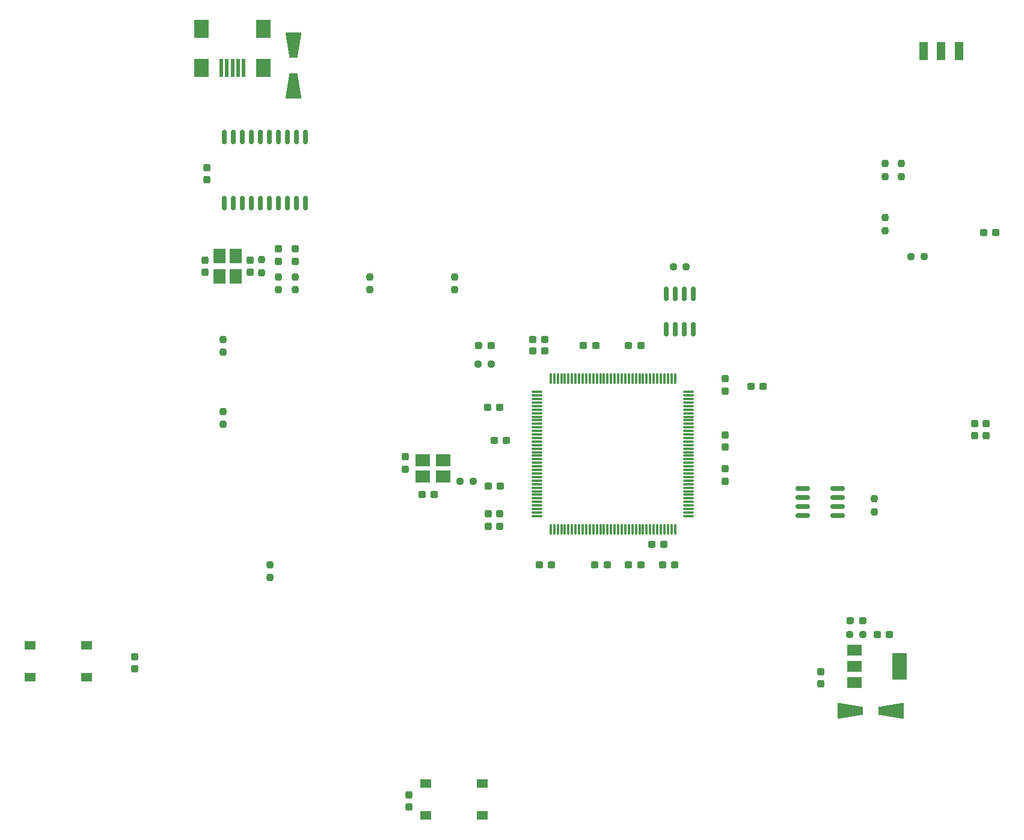
<source format=gbr>
%TF.GenerationSoftware,KiCad,Pcbnew,7.0.7*%
%TF.CreationDate,2024-01-22T11:37:27-06:00*%
%TF.ProjectId,stm32f429z,73746d33-3266-4343-9239-7a2e6b696361,rev?*%
%TF.SameCoordinates,Original*%
%TF.FileFunction,Paste,Top*%
%TF.FilePolarity,Positive*%
%FSLAX46Y46*%
G04 Gerber Fmt 4.6, Leading zero omitted, Abs format (unit mm)*
G04 Created by KiCad (PCBNEW 7.0.7) date 2024-01-22 11:37:27*
%MOMM*%
%LPD*%
G01*
G04 APERTURE LIST*
G04 Aperture macros list*
%AMRoundRect*
0 Rectangle with rounded corners*
0 $1 Rounding radius*
0 $2 $3 $4 $5 $6 $7 $8 $9 X,Y pos of 4 corners*
0 Add a 4 corners polygon primitive as box body*
4,1,4,$2,$3,$4,$5,$6,$7,$8,$9,$2,$3,0*
0 Add four circle primitives for the rounded corners*
1,1,$1+$1,$2,$3*
1,1,$1+$1,$4,$5*
1,1,$1+$1,$6,$7*
1,1,$1+$1,$8,$9*
0 Add four rect primitives between the rounded corners*
20,1,$1+$1,$2,$3,$4,$5,0*
20,1,$1+$1,$4,$5,$6,$7,0*
20,1,$1+$1,$6,$7,$8,$9,0*
20,1,$1+$1,$8,$9,$2,$3,0*%
%AMOutline4P*
0 Free polygon, 4 corners , with rotation*
0 The origin of the aperture is its center*
0 number of corners: always 4*
0 $1 to $8 corner X, Y*
0 $9 Rotation angle, in degrees counterclockwise*
0 create outline with 4 corners*
4,1,4,$1,$2,$3,$4,$5,$6,$7,$8,$1,$2,$9*%
G04 Aperture macros list end*
%ADD10R,2.000000X1.500000*%
%ADD11R,2.000000X3.800000*%
%ADD12RoundRect,0.237500X-0.237500X0.250000X-0.237500X-0.250000X0.237500X-0.250000X0.237500X0.250000X0*%
%ADD13RoundRect,0.237500X0.237500X-0.250000X0.237500X0.250000X-0.237500X0.250000X-0.237500X-0.250000X0*%
%ADD14RoundRect,0.237500X0.300000X0.237500X-0.300000X0.237500X-0.300000X-0.237500X0.300000X-0.237500X0*%
%ADD15Outline4P,-1.800000X-1.150000X1.800000X-0.550000X1.800000X0.550000X-1.800000X1.150000X0.000000*%
%ADD16Outline4P,-1.800000X-1.150000X1.800000X-0.550000X1.800000X0.550000X-1.800000X1.150000X180.000000*%
%ADD17RoundRect,0.237500X-0.237500X0.300000X-0.237500X-0.300000X0.237500X-0.300000X0.237500X0.300000X0*%
%ADD18RoundRect,0.237500X-0.287500X-0.237500X0.287500X-0.237500X0.287500X0.237500X-0.287500X0.237500X0*%
%ADD19RoundRect,0.237500X0.237500X-0.287500X0.237500X0.287500X-0.237500X0.287500X-0.237500X-0.287500X0*%
%ADD20R,1.250000X2.500000*%
%ADD21R,1.550000X1.300000*%
%ADD22RoundRect,0.237500X-0.300000X-0.237500X0.300000X-0.237500X0.300000X0.237500X-0.300000X0.237500X0*%
%ADD23RoundRect,0.237500X0.237500X-0.300000X0.237500X0.300000X-0.237500X0.300000X-0.237500X-0.300000X0*%
%ADD24RoundRect,0.237500X0.250000X0.237500X-0.250000X0.237500X-0.250000X-0.237500X0.250000X-0.237500X0*%
%ADD25RoundRect,0.075000X-0.662500X-0.075000X0.662500X-0.075000X0.662500X0.075000X-0.662500X0.075000X0*%
%ADD26RoundRect,0.075000X-0.075000X-0.662500X0.075000X-0.662500X0.075000X0.662500X-0.075000X0.662500X0*%
%ADD27RoundRect,0.237500X-0.250000X-0.237500X0.250000X-0.237500X0.250000X0.237500X-0.250000X0.237500X0*%
%ADD28R,1.800000X2.100000*%
%ADD29Outline4P,-1.800000X-1.150000X1.800000X-0.550000X1.800000X0.550000X-1.800000X1.150000X270.000000*%
%ADD30Outline4P,-1.800000X-1.150000X1.800000X-0.550000X1.800000X0.550000X-1.800000X1.150000X90.000000*%
%ADD31RoundRect,0.150000X0.150000X-0.875000X0.150000X0.875000X-0.150000X0.875000X-0.150000X-0.875000X0*%
%ADD32R,2.100000X1.800000*%
%ADD33RoundRect,0.150000X-0.825000X-0.150000X0.825000X-0.150000X0.825000X0.150000X-0.825000X0.150000X0*%
%ADD34R,0.500000X2.500000*%
%ADD35R,2.000000X2.500000*%
%ADD36RoundRect,0.150000X0.150000X-0.825000X0.150000X0.825000X-0.150000X0.825000X-0.150000X-0.825000X0*%
G04 APERTURE END LIST*
D10*
%TO.C,U6*%
X187707500Y-126068750D03*
X187707500Y-128368750D03*
D11*
X194007500Y-128368750D03*
D10*
X187707500Y-130668750D03*
%TD*%
D12*
%TO.C,R5*%
X192024000Y-57507500D03*
X192024000Y-59332500D03*
%TD*%
D13*
%TO.C,R14*%
X108966000Y-75276250D03*
X108966000Y-73451250D03*
%TD*%
D14*
%TO.C,C29*%
X174852500Y-88900000D03*
X173127500Y-88900000D03*
%TD*%
D15*
%TO.C,D5*%
X187092000Y-134620000D03*
D16*
X192892000Y-134620000D03*
%TD*%
D17*
%TO.C,C2*%
X124460000Y-98832500D03*
X124460000Y-100557500D03*
%TD*%
D18*
%TO.C,D4*%
X187085000Y-121920000D03*
X188835000Y-121920000D03*
%TD*%
D19*
%TO.C,D3*%
X106584750Y-71270000D03*
X106584750Y-69520000D03*
%TD*%
D20*
%TO.C,SW1*%
X202398000Y-41688200D03*
X199898000Y-41688200D03*
X197398000Y-41688200D03*
%TD*%
D17*
%TO.C,C12*%
X169451250Y-100518750D03*
X169451250Y-102243750D03*
%TD*%
D13*
%TO.C,R7*%
X131351250Y-75306250D03*
X131351250Y-73481250D03*
%TD*%
D12*
%TO.C,R3*%
X192024000Y-65127500D03*
X192024000Y-66952500D03*
%TD*%
D21*
%TO.C,SW2*%
X127360000Y-144851250D03*
X135320000Y-144851250D03*
X127360000Y-149351250D03*
X135320000Y-149351250D03*
%TD*%
D13*
%TO.C,R10*%
X190500000Y-106576500D03*
X190500000Y-104751500D03*
%TD*%
D12*
%TO.C,R4*%
X194310000Y-57507500D03*
X194310000Y-59332500D03*
%TD*%
D14*
%TO.C,C3*%
X138657500Y-96520000D03*
X136932500Y-96520000D03*
%TD*%
D22*
%TO.C,C1*%
X126772500Y-104140000D03*
X128497500Y-104140000D03*
%TD*%
D13*
%TO.C,R6*%
X119445000Y-75306250D03*
X119445000Y-73481250D03*
%TD*%
D17*
%TO.C,C14*%
X169451250Y-87818750D03*
X169451250Y-89543750D03*
%TD*%
D23*
%TO.C,C22*%
X124968000Y-148182500D03*
X124968000Y-146457500D03*
%TD*%
%TO.C,C28*%
X86360000Y-128725000D03*
X86360000Y-127000000D03*
%TD*%
D24*
%TO.C,R17*%
X136525000Y-85725000D03*
X134700000Y-85725000D03*
%TD*%
D25*
%TO.C,U1*%
X143007500Y-89675000D03*
X143007500Y-90175000D03*
X143007500Y-90675000D03*
X143007500Y-91175000D03*
X143007500Y-91675000D03*
X143007500Y-92175000D03*
X143007500Y-92675000D03*
X143007500Y-93175000D03*
X143007500Y-93675000D03*
X143007500Y-94175000D03*
X143007500Y-94675000D03*
X143007500Y-95175000D03*
X143007500Y-95675000D03*
X143007500Y-96175000D03*
X143007500Y-96675000D03*
X143007500Y-97175000D03*
X143007500Y-97675000D03*
X143007500Y-98175000D03*
X143007500Y-98675000D03*
X143007500Y-99175000D03*
X143007500Y-99675000D03*
X143007500Y-100175000D03*
X143007500Y-100675000D03*
X143007500Y-101175000D03*
X143007500Y-101675000D03*
X143007500Y-102175000D03*
X143007500Y-102675000D03*
X143007500Y-103175000D03*
X143007500Y-103675000D03*
X143007500Y-104175000D03*
X143007500Y-104675000D03*
X143007500Y-105175000D03*
X143007500Y-105675000D03*
X143007500Y-106175000D03*
X143007500Y-106675000D03*
X143007500Y-107175000D03*
D26*
X144920000Y-109087500D03*
X145420000Y-109087500D03*
X145920000Y-109087500D03*
X146420000Y-109087500D03*
X146920000Y-109087500D03*
X147420000Y-109087500D03*
X147920000Y-109087500D03*
X148420000Y-109087500D03*
X148920000Y-109087500D03*
X149420000Y-109087500D03*
X149920000Y-109087500D03*
X150420000Y-109087500D03*
X150920000Y-109087500D03*
X151420000Y-109087500D03*
X151920000Y-109087500D03*
X152420000Y-109087500D03*
X152920000Y-109087500D03*
X153420000Y-109087500D03*
X153920000Y-109087500D03*
X154420000Y-109087500D03*
X154920000Y-109087500D03*
X155420000Y-109087500D03*
X155920000Y-109087500D03*
X156420000Y-109087500D03*
X156920000Y-109087500D03*
X157420000Y-109087500D03*
X157920000Y-109087500D03*
X158420000Y-109087500D03*
X158920000Y-109087500D03*
X159420000Y-109087500D03*
X159920000Y-109087500D03*
X160420000Y-109087500D03*
X160920000Y-109087500D03*
X161420000Y-109087500D03*
X161920000Y-109087500D03*
X162420000Y-109087500D03*
D25*
X164332500Y-107175000D03*
X164332500Y-106675000D03*
X164332500Y-106175000D03*
X164332500Y-105675000D03*
X164332500Y-105175000D03*
X164332500Y-104675000D03*
X164332500Y-104175000D03*
X164332500Y-103675000D03*
X164332500Y-103175000D03*
X164332500Y-102675000D03*
X164332500Y-102175000D03*
X164332500Y-101675000D03*
X164332500Y-101175000D03*
X164332500Y-100675000D03*
X164332500Y-100175000D03*
X164332500Y-99675000D03*
X164332500Y-99175000D03*
X164332500Y-98675000D03*
X164332500Y-98175000D03*
X164332500Y-97675000D03*
X164332500Y-97175000D03*
X164332500Y-96675000D03*
X164332500Y-96175000D03*
X164332500Y-95675000D03*
X164332500Y-95175000D03*
X164332500Y-94675000D03*
X164332500Y-94175000D03*
X164332500Y-93675000D03*
X164332500Y-93175000D03*
X164332500Y-92675000D03*
X164332500Y-92175000D03*
X164332500Y-91675000D03*
X164332500Y-91175000D03*
X164332500Y-90675000D03*
X164332500Y-90175000D03*
X164332500Y-89675000D03*
D26*
X162420000Y-87762500D03*
X161920000Y-87762500D03*
X161420000Y-87762500D03*
X160920000Y-87762500D03*
X160420000Y-87762500D03*
X159920000Y-87762500D03*
X159420000Y-87762500D03*
X158920000Y-87762500D03*
X158420000Y-87762500D03*
X157920000Y-87762500D03*
X157420000Y-87762500D03*
X156920000Y-87762500D03*
X156420000Y-87762500D03*
X155920000Y-87762500D03*
X155420000Y-87762500D03*
X154920000Y-87762500D03*
X154420000Y-87762500D03*
X153920000Y-87762500D03*
X153420000Y-87762500D03*
X152920000Y-87762500D03*
X152420000Y-87762500D03*
X151920000Y-87762500D03*
X151420000Y-87762500D03*
X150920000Y-87762500D03*
X150420000Y-87762500D03*
X149920000Y-87762500D03*
X149420000Y-87762500D03*
X148920000Y-87762500D03*
X148420000Y-87762500D03*
X147920000Y-87762500D03*
X147420000Y-87762500D03*
X146920000Y-87762500D03*
X146420000Y-87762500D03*
X145920000Y-87762500D03*
X145420000Y-87762500D03*
X144920000Y-87762500D03*
%TD*%
D14*
%TO.C,C10*%
X157613750Y-114081250D03*
X155888750Y-114081250D03*
%TD*%
D27*
%TO.C,R16*%
X187047500Y-123825000D03*
X188872500Y-123825000D03*
%TD*%
D12*
%TO.C,R8*%
X98782500Y-92432500D03*
X98782500Y-94257500D03*
%TD*%
D28*
%TO.C,Y1*%
X100591000Y-73432500D03*
X100591000Y-70532500D03*
X98291000Y-70532500D03*
X98291000Y-73432500D03*
%TD*%
D29*
%TO.C,D6*%
X108712000Y-40788000D03*
D30*
X108712000Y-46588000D03*
%TD*%
D14*
%TO.C,C8*%
X145007500Y-114081250D03*
X143282500Y-114081250D03*
%TD*%
%TO.C,C9*%
X152851250Y-114081250D03*
X151126250Y-114081250D03*
%TD*%
D23*
%TO.C,C25*%
X102616000Y-72845000D03*
X102616000Y-71120000D03*
%TD*%
D14*
%TO.C,C7*%
X137770000Y-91856250D03*
X136045000Y-91856250D03*
%TD*%
D23*
%TO.C,C26*%
X182945000Y-130818750D03*
X182945000Y-129093750D03*
%TD*%
%TO.C,C23*%
X96520000Y-59790500D03*
X96520000Y-58065500D03*
%TD*%
D24*
%TO.C,R1*%
X134008500Y-102235000D03*
X132183500Y-102235000D03*
%TD*%
D14*
%TO.C,C5*%
X144120000Y-82331250D03*
X142395000Y-82331250D03*
%TD*%
D31*
%TO.C,U5*%
X98933000Y-63070000D03*
X100203000Y-63070000D03*
X101473000Y-63070000D03*
X102743000Y-63070000D03*
X104013000Y-63070000D03*
X105283000Y-63070000D03*
X106553000Y-63070000D03*
X107823000Y-63070000D03*
X109093000Y-63070000D03*
X110363000Y-63070000D03*
X110363000Y-53770000D03*
X109093000Y-53770000D03*
X107823000Y-53770000D03*
X106553000Y-53770000D03*
X105283000Y-53770000D03*
X104013000Y-53770000D03*
X102743000Y-53770000D03*
X101473000Y-53770000D03*
X100203000Y-53770000D03*
X98933000Y-53770000D03*
%TD*%
D17*
%TO.C,C13*%
X169451250Y-95756250D03*
X169451250Y-97481250D03*
%TD*%
D12*
%TO.C,R9*%
X98782500Y-82272500D03*
X98782500Y-84097500D03*
%TD*%
D32*
%TO.C,X1*%
X126885000Y-101578750D03*
X129785000Y-101578750D03*
X129785000Y-99278750D03*
X126885000Y-99278750D03*
%TD*%
D17*
%TO.C,C24*%
X96266000Y-71120000D03*
X96266000Y-72845000D03*
%TD*%
D12*
%TO.C,R12*%
X105410000Y-114022500D03*
X105410000Y-115847500D03*
%TD*%
D14*
%TO.C,C6*%
X137838750Y-102968750D03*
X136113750Y-102968750D03*
%TD*%
D22*
%TO.C,C27*%
X190907500Y-123825000D03*
X192632500Y-123825000D03*
%TD*%
D17*
%TO.C,C21*%
X206248000Y-94133500D03*
X206248000Y-95858500D03*
%TD*%
D33*
%TO.C,U2*%
X180405000Y-103251000D03*
X180405000Y-104521000D03*
X180405000Y-105791000D03*
X180405000Y-107061000D03*
X185355000Y-107061000D03*
X185355000Y-105791000D03*
X185355000Y-104521000D03*
X185355000Y-103251000D03*
%TD*%
D24*
%TO.C,R2*%
X197508500Y-70612000D03*
X195683500Y-70612000D03*
%TD*%
D21*
%TO.C,SW4*%
X71585000Y-125385000D03*
X79545000Y-125385000D03*
X71585000Y-129885000D03*
X79545000Y-129885000D03*
%TD*%
D19*
%TO.C,D2*%
X108966000Y-71270000D03*
X108966000Y-69520000D03*
%TD*%
D22*
%TO.C,C15*%
X155888750Y-83125000D03*
X157613750Y-83125000D03*
%TD*%
D17*
%TO.C,C20*%
X204660500Y-94133500D03*
X204660500Y-95858500D03*
%TD*%
D14*
%TO.C,C4*%
X144120000Y-83918750D03*
X142395000Y-83918750D03*
%TD*%
D13*
%TO.C,R15*%
X106584750Y-75276250D03*
X106584750Y-73451250D03*
%TD*%
D22*
%TO.C,C16*%
X149538750Y-83125000D03*
X151263750Y-83125000D03*
%TD*%
D17*
%TO.C,C18*%
X136113750Y-106868750D03*
X136113750Y-108593750D03*
%TD*%
D14*
%TO.C,C11*%
X162376250Y-114081250D03*
X160651250Y-114081250D03*
%TD*%
D18*
%TO.C,D1*%
X134782500Y-83175000D03*
X136532500Y-83175000D03*
%TD*%
D17*
%TO.C,C17*%
X137701250Y-106868750D03*
X137701250Y-108593750D03*
%TD*%
D34*
%TO.C,J13*%
X101700000Y-44046250D03*
X100900000Y-44046250D03*
X100100000Y-44046250D03*
X99300000Y-44046250D03*
X98500000Y-44046250D03*
D35*
X104500000Y-44046250D03*
X104500000Y-38546250D03*
X95700000Y-44046250D03*
X95700000Y-38546250D03*
%TD*%
D36*
%TO.C,U3*%
X161196250Y-80837500D03*
X162466250Y-80837500D03*
X163736250Y-80837500D03*
X165006250Y-80837500D03*
X165006250Y-75887500D03*
X163736250Y-75887500D03*
X162466250Y-75887500D03*
X161196250Y-75887500D03*
%TD*%
D14*
%TO.C,C30*%
X160882500Y-111125000D03*
X159157500Y-111125000D03*
%TD*%
D22*
%TO.C,C19*%
X205895000Y-67250000D03*
X207620000Y-67250000D03*
%TD*%
D12*
%TO.C,R13*%
X104203500Y-71070000D03*
X104203500Y-72895000D03*
%TD*%
D24*
%TO.C,R11*%
X164013750Y-72012500D03*
X162188750Y-72012500D03*
%TD*%
M02*

</source>
